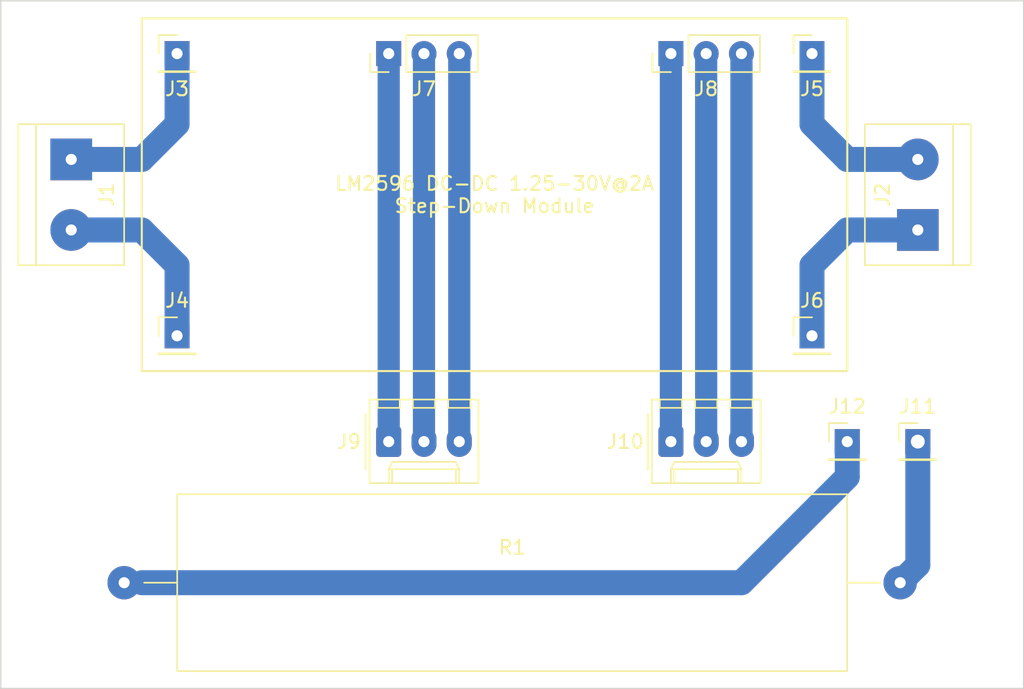
<source format=kicad_pcb>
(kicad_pcb (version 20211014) (generator pcbnew)
  (layers (0 "F.Cu" signal) (31 "B.Cu" signal) (34 "B.Paste" user) (35 "F.Paste" user) (36 "B.SilkS" user "B.Silkscreen") (37 "F.SilkS" user "F.Silkscreen") (38 "B.Mask" user) (39 "F.Mask" user) (44 "Edge.Cuts" user))
  (net 0 "")
  (net 1 "+24V")
  (net 2 "GND")
  (net 3 "+VDC")
  (net 4 "-VDC")
  (net 5 "Net-(J7-Pad1)")
  (net 6 "Net-(J7-Pad2)")
  (net 7 "Net-(J7-Pad3)")
  (net 8 "Net-(J10-Pad1)")
  (net 9 "Net-(J10-Pad2)")
  (net 10 "Net-(J10-Pad3)")
  (net 11 "Net-(J12-Pad1)")
  (net 12 "Net-(J11-Pad1)")
  (footprint "TerminalBlock:TerminalBlock_bornier-2_P5.08mm" (layer "F.Cu") (at 175.26 88.9 90)
    (fp_text reference "J2" (at 2.54 -2.54 270) (layer "F.SilkS"))
    (fp_text value "Bornier x02" hide)
    (fp_line (start -2.54 3.81) (end 7.62 3.81) (layer "F.SilkS") (width 0.12))
    (fp_line (start 7.62 2.54) (end -2.54 2.54) (layer "F.SilkS") (width 0.12))
    (fp_line (start -2.54 -3.81) (end -2.54 3.81) (layer "F.SilkS") (width 0.12))
    (fp_line (start 7.62 -3.81) (end -2.54 -3.81) (layer "F.SilkS") (width 0.12))
    (fp_line (start 7.62 3.81) (end 7.62 -3.81) (layer "F.SilkS") (width 0.12))
    (pad "1" thru_hole rect (at 0 0 90) (size 3 3) (drill 0.8) (layers *.Cu *.Mask) (net 4 "-VDC"))
    (pad "2" thru_hole circle (at 5.08 0 90) (size 3 3) (drill 0.8) (layers *.Cu *.Mask) (net 3 "+VDC"))
  )
  (footprint "MountingHole:MountingHole_2.1mm" (layer "F.Cu") (at 179.07 116.84)
    (fp_text reference "H3" hide)
    (fp_text value "MountingHole" hide)
    (pad "" np_thru_hole circle (at 0 0) (size 2.1 2.1) (drill 2.1) (layers *.Cu *.Mask))
  )
  (footprint "Connector_PinHeader_2.54mm:PinHeader_1x01_P2.54mm_Vertical" (layer "F.Cu") (at 121.92 76.2)
    (fp_text reference "J3" (at 0 2.54) (layer "F.SilkS"))
    (fp_text value "Module IN+" hide)
    (fp_line (start -1.33 1.27) (end -1.33 1.33) (layer "F.SilkS") (width 0.12))
    (fp_line (start -1.33 0) (end -1.33 -1.33) (layer "F.SilkS") (width 0.12))
    (fp_line (start -1.33 -1.33) (end 0 -1.33) (layer "F.SilkS") (width 0.12))
    (fp_line (start -1.33 1.33) (end 1.33 1.33) (layer "F.SilkS") (width 0.12))
    (fp_line (start -1.33 1.27) (end 1.33 1.27) (layer "F.SilkS") (width 0.12))
    (fp_line (start 1.33 1.27) (end 1.33 1.33) (layer "F.SilkS") (width 0.12))
    (pad "1" thru_hole rect (at 0 0) (size 1.8 1.8) (drill 0.8) (layers *.Cu *.Mask) (net 1 "+24V"))
  )
  (footprint "Resistor_THT:R_Axial_Power_L48.0mm_W12.5mm_P55.88mm" (layer "F.Cu") (at 118.11 114.3)
    (fp_text reference "R1" (at 27.94 -2.54) (layer "F.SilkS"))
    (fp_text value "2.2R 15W")
    (fp_line (start 3.82 -6.37) (end 3.82 6.37) (layer "F.SilkS") (width 0.12))
    (fp_line (start 1.44 0) (end 3.82 0) (layer "F.SilkS") (width 0.12))
    (fp_line (start 3.82 6.37) (end 52.06 6.37) (layer "F.SilkS") (width 0.12))
    (fp_line (start 52.06 -6.37) (end 3.82 -6.37) (layer "F.SilkS") (width 0.12))
    (fp_line (start 52.06 6.37) (end 52.06 -6.37) (layer "F.SilkS") (width 0.12))
    (fp_line (start 54.44 0) (end 52.06 0) (layer "F.SilkS") (width 0.12))
    (pad "1" thru_hole circle (at 0 0) (size 2.4 2.4) (drill 0.8) (layers *.Cu *.Mask) (net 11 "Net-(J12-Pad1)"))
    (pad "2" thru_hole circle (at 55.88 0) (size 2.4 2.4) (drill 0.8) (layers *.Cu *.Mask) (net 12 "Net-(J11-Pad1)"))
  )
  (footprint "Connector_PinHeader_2.54mm:PinHeader_1x03_P2.54mm_Vertical" (layer "F.Cu") (at 157.48 76.2 90)
    (fp_text reference "J8" (at -2.54 2.54 180) (layer "F.SilkS"))
    (fp_text value "Conn x03" hide)
    (fp_line (start -1.33 1.27) (end 1.33 1.27) (layer "F.SilkS") (width 0.12))
    (fp_line (start 1.33 1.27) (end 1.33 6.41) (layer "F.SilkS") (width 0.12))
    (fp_line (start -1.33 0) (end -1.33 -1.33) (layer "F.SilkS") (width 0.12))
    (fp_line (start -1.33 6.41) (end 1.33 6.41) (layer "F.SilkS") (width 0.12))
    (fp_line (start -1.33 1.27) (end -1.33 6.41) (layer "F.SilkS") (width 0.12))
    (fp_line (start -1.33 -1.33) (end 0 -1.33) (layer "F.SilkS") (width 0.12))
    (pad "1" thru_hole rect (at 0 0 90) (size 1.8 1.8) (drill 0.8) (layers *.Cu *.Mask) (net 8 "Net-(J10-Pad1)"))
    (pad "2" thru_hole circle (at 0 2.54 90) (size 1.8 1.8) (drill 0.8) (layers *.Cu *.Mask) (net 9 "Net-(J10-Pad2)"))
    (pad "3" thru_hole circle (at 0 5.08 90) (size 1.8 1.8) (drill 0.8) (layers *.Cu *.Mask) (net 10 "Net-(J10-Pad3)"))
  )
  (footprint "Connector_PinHeader_2.54mm:PinHeader_1x03_P2.54mm_Vertical" (layer "F.Cu") (at 137.16 76.2 90)
    (fp_text reference "J7" (at -2.54 2.54 180) (layer "F.SilkS"))
    (fp_text value "Conn x03" hide)
    (fp_line (start -1.33 0) (end -1.33 -1.33) (layer "F.SilkS") (width 0.12))
    (fp_line (start -1.33 1.27) (end -1.33 6.41) (layer "F.SilkS") (width 0.12))
    (fp_line (start -1.33 1.27) (end 1.33 1.27) (layer "F.SilkS") (width 0.12))
    (fp_line (start 1.33 1.27) (end 1.33 6.41) (layer "F.SilkS") (width 0.12))
    (fp_line (start -1.33 -1.33) (end 0 -1.33) (layer "F.SilkS") (width 0.12))
    (fp_line (start -1.33 6.41) (end 1.33 6.41) (layer "F.SilkS") (width 0.12))
    (pad "1" thru_hole rect (at 0 0 90) (size 1.8 1.8) (drill 0.8) (layers *.Cu *.Mask) (net 5 "Net-(J7-Pad1)"))
    (pad "2" thru_hole circle (at 0 2.54 90) (size 1.8 1.8) (drill 0.8) (layers *.Cu *.Mask) (net 6 "Net-(J7-Pad2)"))
    (pad "3" thru_hole circle (at 0 5.08 90) (size 1.8 1.8) (drill 0.8) (layers *.Cu *.Mask) (net 7 "Net-(J7-Pad3)"))
  )
  (footprint "Connector_PinHeader_2.54mm:PinHeader_1x01_P2.54mm_Vertical" (layer "F.Cu") (at 167.64 96.52)
    (fp_text reference "J6" (at 0 -2.54) (layer "F.SilkS"))
    (fp_text value "Module OUT-" hide)
    (fp_line (start 1.33 1.27) (end 1.33 1.33) (layer "F.SilkS") (width 0.12))
    (fp_line (start -1.33 -1.33) (end 0 -1.33) (layer "F.SilkS") (width 0.12))
    (fp_line (start -1.33 1.27) (end 1.33 1.27) (layer "F.SilkS") (width 0.12))
    (fp_line (start -1.33 1.33) (end 1.33 1.33) (layer "F.SilkS") (width 0.12))
    (fp_line (start -1.33 0) (end -1.33 -1.33) (layer "F.SilkS") (width 0.12))
    (fp_line (start -1.33 1.27) (end -1.33 1.33) (layer "F.SilkS") (width 0.12))
    (pad "1" thru_hole rect (at 0 0) (size 1.8 1.8) (drill 0.8) (layers *.Cu *.Mask) (net 4 "-VDC"))
  )
  (footprint "MountingHole:MountingHole_2.1mm" (layer "F.Cu") (at 113.03 116.84)
    (fp_text reference "H4" hide)
    (fp_text value "MountingHole" hide)
    (pad "" np_thru_hole circle (at 0 0) (size 2.1 2.1) (drill 2.1) (layers *.Cu *.Mask))
  )
  (footprint "Connector_Molex:Molex_KK-254_AE-6410-03A_1x03_P2.54mm_Vertical" (layer "F.Cu") (at 137.16 104.14)
    (fp_text reference "J9" (at -2.86 0) (layer "F.SilkS"))
    (fp_text value "Volt Pot." hide)
    (fp_line (start 0.25 2.99) (end 0.25 1.99) (layer "F.SilkS") (width 0.12))
    (fp_line (start 4.83 1.46) (end 5.08 1.99) (layer "F.SilkS") (width 0.12))
    (fp_line (start 0 1.99) (end 5.08 1.99) (layer "F.SilkS") (width 0.12))
    (fp_line (start 0.25 1.46) (end 4.83 1.46) (layer "F.SilkS") (width 0.12))
    (fp_line (start 4.83 2.99) (end 4.83 1.99) (layer "F.SilkS") (width 0.12))
    (fp_line (start 6.46 2.99) (end 6.46 -3.03) (layer "F.SilkS") (width 0.12))
    (fp_line (start 0.8 -2.43) (end 0.8 -3.03) (layer "F.SilkS") (width 0.12))
    (fp_line (start 5.88 -2.43) (end 5.88 -3.03) (layer "F.SilkS") (width 0.12))
    (fp_line (start -0.8 -2.43) (end 0.8 -2.43) (layer "F.SilkS") (width 0.12))
    (fp_line (start 5.08 1.99) (end 5.08 2.99) (layer "F.SilkS") (width 0.12))
    (fp_line (start -1.38 -3.03) (end -1.38 2.99) (layer "F.SilkS") (width 0.12))
    (fp_line (start 1.74 -2.43) (end 3.34 -2.43) (layer "F.SilkS") (width 0.12))
    (fp_line (start -0.8 -3.03) (end -0.8 -2.43) (layer "F.SilkS") (width 0.12))
    (fp_line (start 0 2.99) (end 0 1.99) (layer "F.SilkS") (width 0.12))
    (fp_line (start 4.28 -3.03) (end 4.28 -2.43) (layer "F.SilkS") (width 0.12))
    (fp_line (start 6.46 -3.03) (end -1.38 -3.03) (layer "F.SilkS") (width 0.12))
    (fp_line (start 4.28 -2.43) (end 5.88 -2.43) (layer "F.SilkS") (width 0.12))
    (fp_line (start 1.74 -3.03) (end 1.74 -2.43) (layer "F.SilkS") (width 0.12))
    (fp_line (start 0 1.99) (end 0.25 1.46) (layer "F.SilkS") (width 0.12))
    (fp_line (start -1.67 -2) (end -1.67 2) (layer "F.SilkS") (width 0.12))
    (fp_line (start -1.38 2.99) (end 6.46 2.99) (layer "F.SilkS") (width 0.12))
    (fp_line (start 3.34 -2.43) (end 3.34 -3.03) (layer "F.SilkS") (width 0.12))
    (pad "1" thru_hole roundrect (at 0 0) (size 1.8 2.2) (drill 0.8) (layers *.Cu *.Mask) (roundrect_rratio 0.143678) (net 5 "Net-(J7-Pad1)"))
    (pad "2" thru_hole oval (at 2.54 0) (size 1.8 2.2) (drill 0.8) (layers *.Cu *.Mask) (net 6 "Net-(J7-Pad2)"))
    (pad "3" thru_hole oval (at 5.08 0) (size 1.8 2.2) (drill 0.8) (layers *.Cu *.Mask) (net 7 "Net-(J7-Pad3)"))
  )
  (footprint "Connector_PinHeader_2.54mm:PinHeader_1x01_P2.54mm_Vertical" (layer "F.Cu") (at 175.26 104.14)
    (fp_text reference "J11" (at 0 -2.54) (layer "F.SilkS"))
    (fp_text value "SWITCH")
    (fp_line (start -1.33 0) (end -1.33 -1.33) (layer "F.SilkS") (width 0.12))
    (fp_line (start -1.33 1.33) (end 1.33 1.33) (layer "F.SilkS") (width 0.12))
    (fp_line (start -1.33 1.27) (end 1.33 1.27) (layer "F.SilkS") (width 0.12))
    (fp_line (start -1.33 1.27) (end -1.33 1.33) (layer "F.SilkS") (width 0.12))
    (fp_line (start 1.33 1.27) (end 1.33 1.33) (layer "F.SilkS") (width 0.12))
    (fp_line (start -1.33 -1.33) (end 0 -1.33) (layer "F.SilkS") (width 0.12))
    (pad "1" thru_hole rect (at 0 0) (size 1.8 1.8) (drill 1) (layers *.Cu *.Mask) (net 12 "Net-(J11-Pad1)"))
  )
  (footprint "MountingHole:MountingHole_2.1mm" (layer "F.Cu") (at 179.07 76.2)
    (fp_text reference "H2" hide)
    (fp_text value "MountingHole" hide)
    (pad "" np_thru_hole circle (at 0 0) (size 2.1 2.1) (drill 2.1) (layers *.Cu *.Mask))
  )
  (footprint "Connector_Molex:Molex_KK-254_AE-6410-03A_1x03_P2.54mm_Vertical" (layer "F.Cu") (at 157.48 104.14)
    (fp_text reference "J10" (at -3.28 0) (layer "F.SilkS"))
    (fp_text value "Current Pot." hide)
    (fp_line (start 6.46 2.99) (end 6.46 -3.03) (layer "F.SilkS") (width 0.12))
    (fp_line (start 0 2.99) (end 0 1.99) (layer "F.SilkS") (width 0.12))
    (fp_line (start 3.34 -2.43) (end 3.34 -3.03) (layer "F.SilkS") (width 0.12))
    (fp_line (start 0 1.99) (end 5.08 1.99) (layer "F.SilkS") (width 0.12))
    (fp_line (start 4.83 1.46) (end 5.08 1.99) (layer "F.SilkS") (width 0.12))
    (fp_line (start 1.74 -2.43) (end 3.34 -2.43) (layer "F.SilkS") (width 0.12))
    (fp_line (start -1.38 -3.03) (end -1.38 2.99) (layer "F.SilkS") (width 0.12))
    (fp_line (start 0.25 1.46) (end 4.83 1.46) (layer "F.SilkS") (width 0.12))
    (fp_line (start 4.28 -2.43) (end 5.88 -2.43) (layer "F.SilkS") (width 0.12))
    (fp_line (start 5.88 -2.43) (end 5.88 -3.03) (layer "F.SilkS") (width 0.12))
    (fp_line (start -1.38 2.99) (end 6.46 2.99) (layer "F.SilkS") (width 0.12))
    (fp_line (start 0.8 -2.43) (end 0.8 -3.03) (layer "F.SilkS") (width 0.12))
    (fp_line (start 4.83 2.99) (end 4.83 1.99) (layer "F.SilkS") (width 0.12))
    (fp_line (start 0 1.99) (end 0.25 1.46) (layer "F.SilkS") (width 0.12))
    (fp_line (start 1.74 -3.03) (end 1.74 -2.43) (layer "F.SilkS") (width 0.12))
    (fp_line (start 6.46 -3.03) (end -1.38 -3.03) (layer "F.SilkS") (width 0.12))
    (fp_line (start 5.08 1.99) (end 5.08 2.99) (layer "F.SilkS") (width 0.12))
    (fp_line (start 0.25 2.99) (end 0.25 1.99) (layer "F.SilkS") (width 0.12))
    (fp_line (start -1.67 -2) (end -1.67 2) (layer "F.SilkS") (width 0.12))
    (fp_line (start 4.28 -3.03) (end 4.28 -2.43) (layer "F.SilkS") (width 0.12))
    (fp_line (start -0.8 -2.43) (end 0.8 -2.43) (layer "F.SilkS") (width 0.12))
    (fp_line (start -0.8 -3.03) (end -0.8 -2.43) (layer "F.SilkS") (width 0.12))
    (pad "1" thru_hole roundrect (at 0 0) (size 1.8 2.2) (drill 0.8) (layers *.Cu *.Mask) (roundrect_rratio 0.143678) (net 8 "Net-(J10-Pad1)"))
    (pad "2" thru_hole oval (at 2.54 0) (size 1.8 2.2) (drill 0.8) (layers *.Cu *.Mask) (net 9 "Net-(J10-Pad2)"))
    (pad "3" thru_hole oval (at 5.08 0) (size 1.8 2.2) (drill 0.8) (layers *.Cu *.Mask) (net 10 "Net-(J10-Pad3)"))
  )
  (footprint "Connector_PinHeader_2.54mm:PinHeader_1x01_P2.54mm_Vertical" (layer "F.Cu") (at 170.18 104.14)
    (fp_text reference "J12" (at 0 -2.54) (layer "F.SilkS"))
    (fp_text value "AMP.")
    (fp_line (start -1.33 1.27) (end -1.33 1.33) (layer "F.SilkS") (width 0.12))
    (fp_line (start -1.33 -1.33) (end 0 -1.33) (layer "F.SilkS") (width 0.12))
    (fp_line (start 1.33 1.27) (end 1.33 1.33) (layer "F.SilkS") (width 0.12))
    (fp_line (start -1.33 1.33) (end 1.33 1.33) (layer "F.SilkS") (width 0.12))
    (fp_line (start -1.33 0) (end -1.33 -1.33) (layer "F.SilkS") (width 0.12))
    (fp_line (start -1.33 1.27) (end 1.33 1.27) (layer "F.SilkS") (width 0.12))
    (pad "1" thru_hole rect (at 0 0) (size 1.8 1.8) (drill 0.8) (layers *.Cu *.Mask) (net 11 "Net-(J12-Pad1)"))
  )
  (footprint "Connector_PinHeader_2.54mm:PinHeader_1x01_P2.54mm_Vertical" (layer "F.Cu") (at 167.64 76.2)
    (fp_text reference "J5" (at 0 2.54) (layer "F.SilkS"))
    (fp_text value "Module OUT+" hide)
    (fp_line (start 1.33 1.27) (end 1.33 1.33) (layer "F.SilkS") (width 0.12))
    (fp_line (start -1.33 0) (end -1.33 -1.33) (layer "F.SilkS") (width 0.12))
    (fp_line (start -1.33 1.33) (end 1.33 1.33) (layer "F.SilkS") (width 0.12))
    (fp_line (start -1.33 1.27) (end 1.33 1.27) (layer "F.SilkS") (width 0.12))
    (fp_line (start -1.33 1.27) (end -1.33 1.33) (layer "F.SilkS") (width 0.12))
    (fp_line (start -1.33 -1.33) (end 0 -1.33) (layer "F.SilkS") (width 0.12))
    (pad "1" thru_hole rect (at 0 0) (size 1.8 1.8) (drill 0.8) (layers *.Cu *.Mask) (net 3 "+VDC"))
  )
  (footprint "Connector_PinHeader_2.54mm:PinHeader_1x01_P2.54mm_Vertical" (layer "F.Cu") (at 121.92 96.52)
    (fp_text reference "J4" (at 0 -2.54) (layer "F.SilkS"))
    (fp_text value "Module IN-" hide)
    (fp_line (start -1.33 1.27) (end 1.33 1.27) (layer "F.SilkS") (width 0.12))
    (fp_line (start -1.33 -1.33) (end 0 -1.33) (layer "F.SilkS") (width 0.12))
    (fp_line (start -1.33 0) (end -1.33 -1.33) (layer "F.SilkS") (width 0.12))
    (fp_line (start -1.33 1.33) (end 1.33 1.33) (layer "F.SilkS") (width 0.12))
    (fp_line (start -1.33 1.27) (end -1.33 1.33) (layer "F.SilkS") (width 0.12))
    (fp_line (start 1.33 1.27) (end 1.33 1.33) (layer "F.SilkS") (width 0.12))
    (pad "1" thru_hole rect (at 0 0) (size 1.8 1.8) (drill 0.8) (layers *.Cu *.Mask) (net 2 "GND"))
  )
  (footprint "TerminalBlock:TerminalBlock_bornier-2_P5.08mm" (layer "F.Cu") (at 114.3 83.82 -90)
    (fp_text reference "J1" (at 2.54 -2.54 90) (layer "F.SilkS"))
    (fp_text value "Bornier x02" hide)
    (fp_line (start -2.54 -3.81) (end -2.54 3.81) (layer "F.SilkS") (width 0.12))
    (fp_line (start 7.62 -3.81) (end -2.54 -3.81) (layer "F.SilkS") (width 0.12))
    (fp_line (start 7.62 2.54) (end -2.54 2.54) (layer "F.SilkS") (width 0.12))
    (fp_line (start -2.54 3.81) (end 7.62 3.81) (layer "F.SilkS") (width 0.12))
    (fp_line (start 7.62 3.81) (end 7.62 -3.81) (layer "F.SilkS") (width 0.12))
    (pad "1" thru_hole rect (at 0 0 270) (size 3 3) (drill 0.8) (layers *.Cu *.Mask) (net 1 "+24V"))
    (pad "2" thru_hole circle (at 5.08 0 270) (size 3 3) (drill 0.8) (layers *.Cu *.Mask) (net 2 "GND"))
  )
  (footprint "MountingHole:MountingHole_2.1mm" (layer "F.Cu") (at 113.03 76.2)
    (fp_text reference "H1" hide)
    (fp_text value "MountingHole" hide)
    (pad "" np_thru_hole circle (at 0 0) (size 2.1 2.1) (drill 2.1) (layers *.Cu *.Mask))
  )
  (gr_rect (start 119.38 73.66) (end 170.18 99.06) (layer "F.SilkS") (width 0.15) (fill none))
  (gr_line (start 109.22 72.39) (end 182.88 72.39) (layer "Edge.Cuts") (width 0.1))
  (gr_line (start 182.88 72.39) (end 182.88 121.92) (layer "Edge.Cuts") (width 0.1))
  (gr_line (start 182.88 121.92) (end 109.22 121.92) (layer "Edge.Cuts") (width 0.1))
  (gr_line (start 109.22 121.92) (end 109.22 72.39) (layer "Edge.Cuts") (width 0.1))
  (gr_text "LM2596 DC-DC 1.25-30V@2A\nStep-Down Module" (at 144.78 86.36) (layer "F.SilkS") (effects (font (size 1 1))))
  (segment (start 121.92 81.28) (end 121.92 76.2) (width 1.8) (layer "B.Cu") (net 1))
  (segment (start 114.3 83.82) (end 119.38 83.82) (width 1.8) (layer "B.Cu") (net 1))
  (segment (start 119.38 83.82) (end 121.92 81.28) (width 1.8) (layer "B.Cu") (net 1))
  (segment (start 114.3 88.9) (end 119.38 88.9) (width 1.8) (layer "B.Cu") (net 2))
  (segment (start 121.92 91.44) (end 121.92 96.52) (width 1.8) (layer "B.Cu") (net 2))
  (segment (start 119.38 88.9) (end 121.92 91.44) (width 1.8) (layer "B.Cu") (net 2))
  (segment (start 167.64 81.28) (end 170.18 83.82) (width 1.8) (layer "B.Cu") (net 3))
  (segment (start 170.18 83.82) (end 175.26 83.82) (width 1.8) (layer "B.Cu") (net 3))
  (segment (start 167.64 76.2) (end 167.64 81.28) (width 1.8) (layer "B.Cu") (net 3))
  (segment (start 167.64 96.52) (end 167.64 91.44) (width 1.8) (layer "B.Cu") (net 4))
  (segment (start 170.18 88.9) (end 175.26 88.9) (width 1.8) (layer "B.Cu") (net 4))
  (segment (start 167.64 91.44) (end 170.18 88.9) (width 1.8) (layer "B.Cu") (net 4))
  (segment (start 137.16 104.14) (end 137.16 76.2) (width 1.6) (layer "B.Cu") (net 5))
  (segment (start 139.7 76.2) (end 139.7 104.14) (width 1.6) (layer "B.Cu") (net 6))
  (segment (start 142.24 76.2) (end 142.24 104.14) (width 1.6) (layer "B.Cu") (net 7))
  (segment (start 157.48 104.14) (end 157.48 76.2) (width 1.6) (layer "B.Cu") (net 8))
  (segment (start 160.02 104.14) (end 160.02 76.2) (width 1.6) (layer "B.Cu") (net 9))
  (segment (start 162.56 104.14) (end 162.56 76.2) (width 1.6) (layer "B.Cu") (net 10))
  (segment (start 119.38 114.3) (end 162.56 114.3) (width 1.8) (layer "B.Cu") (net 11))
  (segment (start 170.18 106.68) (end 170.18 104.14) (width 1.8) (layer "B.Cu") (net 11))
  (segment (start 162.56 114.3) (end 170.18 106.68) (width 1.8) (layer "B.Cu") (net 11))
  (segment (start 175.26 113.03) (end 175.26 104.14) (width 1.8) (layer "B.Cu") (net 12))
  (segment (start 173.99 114.3) (end 175.26 113.03) (width 1.8) (layer "B.Cu") (net 12))
)
</source>
